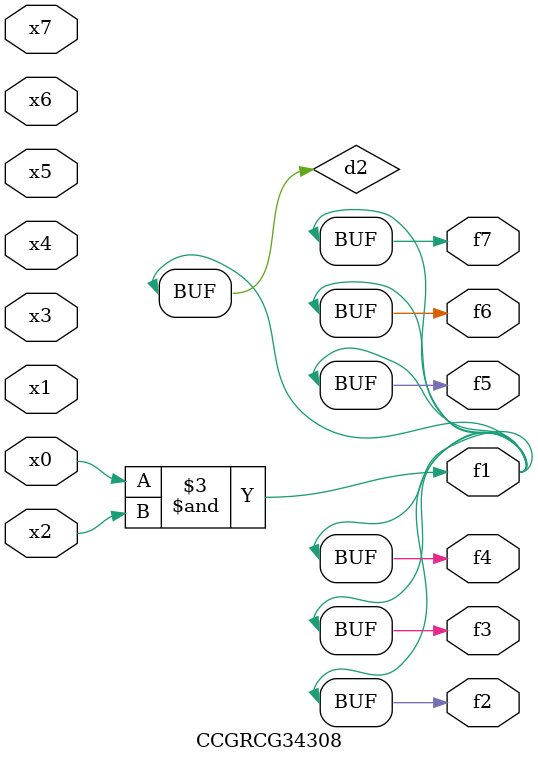
<source format=v>
module CCGRCG34308(
	input x0, x1, x2, x3, x4, x5, x6, x7,
	output f1, f2, f3, f4, f5, f6, f7
);

	wire d1, d2;

	nor (d1, x3, x6);
	and (d2, x0, x2);
	assign f1 = d2;
	assign f2 = d2;
	assign f3 = d2;
	assign f4 = d2;
	assign f5 = d2;
	assign f6 = d2;
	assign f7 = d2;
endmodule

</source>
